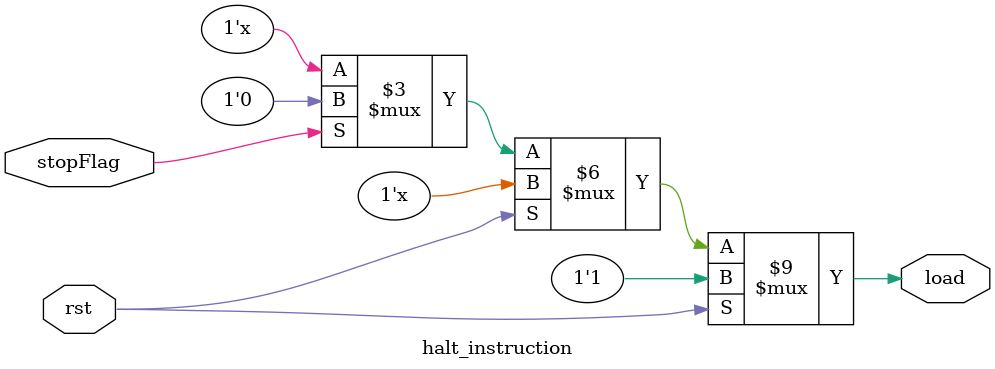
<source format=v>
`timescale 1ns / 1ps


module halt_instruction(input rst, stopFlag, output reg load);
always@(*) begin
if(rst)
load = 1'b1;
else if(stopFlag)
load = 1'b0;

end
endmodule


</source>
